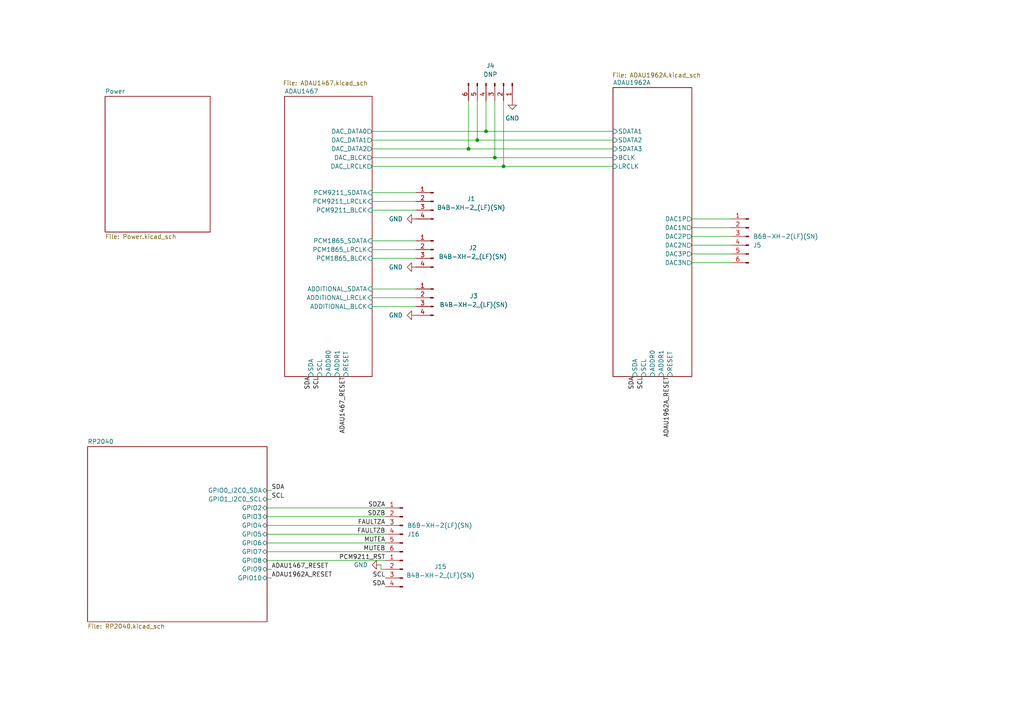
<source format=kicad_sch>
(kicad_sch (version 20231120) (generator "eeschema") (generator_version "8.0")
  (paper "A4")
  (lib_symbols
    (symbol "Connector:Conn_01x04_Pin" (pin_names (offset 1.016) hide)
      (property "Reference" "J" (at 0 5.08 0))
      (property "Value" "Conn_01x04_Pin" (at 0 -7.62 0))
      (symbol "Conn_01x04_Pin_1_1"
        (polyline (pts (xy 1.27 -5.08) (xy 0.8636 -5.08)) (stroke (width 0.1524)))
        (polyline (pts (xy 1.27 -2.54) (xy 0.8636 -2.54)) (stroke (width 0.1524)))
        (polyline (pts (xy 1.27 0) (xy 0.8636 0)) (stroke (width 0.1524)))
        (polyline (pts (xy 1.27 2.54) (xy 0.8636 2.54)) (stroke (width 0.1524)))
        (rectangle (start 0.8636 -4.953) (end 0 -5.207) (stroke (width 0.1524)) (fill (type outline)))
        (rectangle (start 0.8636 -2.413) (end 0 -2.667) (stroke (width 0.1524)) (fill (type outline)))
        (rectangle (start 0.8636 0.127) (end 0 -0.127) (stroke (width 0.1524)) (fill (type outline)))
        (rectangle (start 0.8636 2.667) (end 0 2.413) (stroke (width 0.1524)) (fill (type outline)))
        (pin passive line (at 5.08 2.54 180) (length 3.81) (name "Pin_1") (number "1"))
        (pin passive line (at 5.08 0 180) (length 3.81) (name "Pin_2") (number "2"))
        (pin passive line (at 5.08 -2.54 180) (length 3.81) (name "Pin_3") (number "3"))
        (pin passive line (at 5.08 -5.08 180) (length 3.81) (name "Pin_4") (number "4"))
      )
    )
    (symbol "Connector:Conn_01x06_Pin" (pin_names (offset 1.016) hide)
      (property "Reference" "J" (at 0 7.62 0))
      (property "Value" "Conn_01x06_Pin" (at 0 -10.16 0))
      (symbol "Conn_01x06_Pin_1_1"
        (polyline (pts (xy 1.27 -7.62) (xy 0.8636 -7.62)) (stroke (width 0.1524)))
        (polyline (pts (xy 1.27 -5.08) (xy 0.8636 -5.08)) (stroke (width 0.1524)))
        (polyline (pts (xy 1.27 -2.54) (xy 0.8636 -2.54)) (stroke (width 0.1524)))
        (polyline (pts (xy 1.27 0) (xy 0.8636 0)) (stroke (width 0.1524)))
        (polyline (pts (xy 1.27 2.54) (xy 0.8636 2.54)) (stroke (width 0.1524)))
        (polyline (pts (xy 1.27 5.08) (xy 0.8636 5.08)) (stroke (width 0.1524)))
        (rectangle (start 0.8636 -7.493) (end 0 -7.747) (stroke (width 0.1524)) (fill (type outline)))
        (rectangle (start 0.8636 -4.953) (end 0 -5.207) (stroke (width 0.1524)) (fill (type outline)))
        (rectangle (start 0.8636 -2.413) (end 0 -2.667) (stroke (width 0.1524)) (fill (type outline)))
        (rectangle (start 0.8636 0.127) (end 0 -0.127) (stroke (width 0.1524)) (fill (type outline)))
        (rectangle (start 0.8636 2.667) (end 0 2.413) (stroke (width 0.1524)) (fill (type outline)))
        (rectangle (start 0.8636 5.207) (end 0 4.953) (stroke (width 0.1524)) (fill (type outline)))
        (pin passive line (at 5.08 5.08 180) (length 3.81) (name "Pin_1") (number "1"))
        (pin passive line (at 5.08 2.54 180) (length 3.81) (name "Pin_2") (number "2"))
        (pin passive line (at 5.08 0 180) (length 3.81) (name "Pin_3") (number "3"))
        (pin passive line (at 5.08 -2.54 180) (length 3.81) (name "Pin_4") (number "4"))
        (pin passive line (at 5.08 -5.08 180) (length 3.81) (name "Pin_5") (number "5"))
        (pin passive line (at 5.08 -7.62 180) (length 3.81) (name "Pin_6") (number "6"))
      )
    )
    (symbol "Endstufe:GND" (power) (pin_names (offset 0))
      (property "Value" "GND" (at 0 -3.81 0))
      (symbol "GND_0_1"
        (polyline (pts (xy 0 0) (xy 0 -1.27) (xy 1.27 -1.27) (xy 0 -2.54) (xy -1.27 -1.27) (xy 0 -1.27)))
      )
      (symbol "GND_1_1"
        (pin power_in line (at 0 0 270) (length 0) hide (name "GND") (number "1"))
      )
    )
  )
  (junction (at 135.89 43.18))
  (junction (at 138.43 40.64))
  (junction (at 146.05 48.26))
  (junction (at 143.51 45.72))
  (junction (at 140.97 38.1))
  (wire (pts (xy 200.66 66.04) (xy 212.09 66.04)))
  (wire (pts (xy 77.47 160.02) (xy 111.76 160.02)))
  (wire (pts (xy 107.95 43.18) (xy 135.89 43.18)))
  (wire (pts (xy 77.47 162.56) (xy 111.76 162.56)))
  (wire (pts (xy 107.95 38.1) (xy 140.97 38.1)))
  (wire (pts (xy 138.43 40.64) (xy 177.8 40.64)))
  (wire (pts (xy 135.89 43.18) (xy 177.8 43.18)))
  (wire (pts (xy 77.47 149.86) (xy 111.76 149.86)))
  (wire (pts (xy 110.49 163.83) (xy 110.49 165.1)))
  (wire (pts (xy 107.95 58.42) (xy 120.65 58.42)))
  (wire (pts (xy 200.66 71.12) (xy 212.09 71.12)))
  (wire (pts (xy 77.47 147.32) (xy 111.76 147.32)))
  (wire (pts (xy 78.74 167.64) (xy 77.47 167.64)))
  (wire (pts (xy 140.97 38.1) (xy 177.8 38.1)))
  (wire (pts (xy 107.95 60.96) (xy 120.65 60.96)))
  (wire (pts (xy 107.95 72.39) (xy 120.65 72.39)))
  (wire (pts (xy 78.74 142.24) (xy 77.47 142.24)))
  (wire (pts (xy 107.95 83.82) (xy 120.65 83.82)))
  (wire (pts (xy 77.47 157.48) (xy 111.76 157.48)))
  (wire (pts (xy 200.66 76.2) (xy 212.09 76.2)))
  (wire (pts (xy 107.95 86.36) (xy 120.65 86.36)))
  (wire (pts (xy 107.95 55.88) (xy 120.65 55.88)))
  (wire (pts (xy 107.95 45.72) (xy 143.51 45.72)))
  (wire (pts (xy 143.51 45.72) (xy 143.51 29.21)))
  (wire (pts (xy 77.47 154.94) (xy 111.76 154.94)))
  (wire (pts (xy 143.51 45.72) (xy 177.8 45.72)))
  (wire (pts (xy 200.66 68.58) (xy 212.09 68.58)))
  (wire (pts (xy 107.95 40.64) (xy 138.43 40.64)))
  (wire (pts (xy 140.97 38.1) (xy 140.97 29.21)))
  (wire (pts (xy 146.05 48.26) (xy 177.8 48.26)))
  (wire (pts (xy 200.66 73.66) (xy 212.09 73.66)))
  (wire (pts (xy 146.05 48.26) (xy 146.05 29.21)))
  (wire (pts (xy 107.95 88.9) (xy 120.65 88.9)))
  (wire (pts (xy 107.95 48.26) (xy 146.05 48.26)))
  (wire (pts (xy 77.47 152.4) (xy 111.76 152.4)))
  (wire (pts (xy 107.95 74.93) (xy 120.65 74.93)))
  (wire (pts (xy 107.95 69.85) (xy 120.65 69.85)))
  (wire (pts (xy 78.74 165.1) (xy 77.47 165.1)))
  (wire (pts (xy 200.66 63.5) (xy 212.09 63.5)))
  (wire (pts (xy 135.89 43.18) (xy 135.89 29.21)))
  (wire (pts (xy 138.43 40.64) (xy 138.43 29.21)))
  (wire (pts (xy 110.49 165.1) (xy 111.76 165.1)))
  (wire (pts (xy 78.74 144.78) (xy 77.47 144.78)))
  (label "FAULTZB" (at 111.76 154.94 180))
  (label "SDA" (at 90.17 109.22 270))
  (label "ADAU1962A_RESET" (at 78.74 167.64 0))
  (label "FAULTZA" (at 111.76 152.4 180))
  (label "ADAU1467_RESET" (at 100.33 109.22 270))
  (label "SCL" (at 111.76 167.64 180))
  (label "SCL" (at 92.71 109.22 270))
  (label "SDA" (at 111.76 170.18 180))
  (label "SDZA" (at 111.76 147.32 180))
  (label "SCL" (at 78.74 144.78 0))
  (label "ADAU1962A_RESET" (at 194.31 109.22 270))
  (label "SDZB" (at 111.76 149.86 180))
  (label "ADAU1467_RESET" (at 78.74 165.1 0))
  (label "PCM9211_RST" (at 111.76 162.56 180))
  (label "SDA" (at 78.74 142.24 0))
  (label "MUTEA" (at 111.76 157.48 180))
  (label "MUTEB" (at 111.76 160.02 180))
  (label "SCL" (at 186.69 109.22 270))
  (label "SDA" (at 184.15 109.22 270))
  (symbol (lib_id "Endstufe:GND") (at 148.59 29.21 0) (unit 1)
    (property "Reference" "#PWR04" (effects (hide yes)))
    (property "Value" "GND" (at 148.59 34.29 0))
    (property "Description" "Power symbol creates a global label with name \"GND\" , ground" (effects (hide yes)))
  )
  (symbol (lib_id "Connector:Conn_01x04_Pin") (at 125.73 58.42 0) (mirror y) (unit 1)
    (property "Reference" "J1" (at 136.652 57.658 0))
    (property "Value" "B4B-XH-2_(LF)(SN)" (at 136.652 60.198 0))
    (property "Footprint" "Endstufe:CONN-TH_B4B-XH-2-LF-SN" (effects (hide yes)))
    (property "Datasheet" "https://atta.szlcsc.com/upload/public/pdf/source/20180319/545684143CA87773821238F54F948951.pdf" (effects (hide yes)))
    (property "LCSC" "C157999" (effects (hide yes)))
  )
  (symbol (lib_id "Endstufe:GND") (at 120.65 77.47 270) (unit 1)
    (property "Reference" "#PWR02" (effects (hide yes)))
    (property "Value" "GND" (at 116.84 77.4699 90) (effects (justify right)))
    (property "Description" "Power symbol creates a global label with name \"GND\" , ground" (effects (hide yes)))
  )
  (symbol (lib_id "Endstufe:GND") (at 120.65 91.44 270) (unit 1)
    (property "Reference" "#PWR03" (effects (hide yes)))
    (property "Value" "GND" (at 116.84 91.4399 90) (effects (justify right)))
    (property "Description" "Power symbol creates a global label with name \"GND\" , ground" (effects (hide yes)))
  )
  (symbol (lib_id "Connector:Conn_01x04_Pin") (at 125.73 72.39 0) (mirror y) (unit 1)
    (property "Reference" "J2" (at 137.16 71.882 0))
    (property "Value" "B4B-XH-2_(LF)(SN)" (at 137.16 74.422 0))
    (property "Footprint" "Endstufe:CONN-TH_B4B-XH-2-LF-SN" (effects (hide yes)))
    (property "Datasheet" "https://atta.szlcsc.com/upload/public/pdf/source/20180319/545684143CA87773821238F54F948951.pdf" (effects (hide yes)))
    (property "LCSC" "C157999" (effects (hide yes)))
  )
  (symbol (lib_id "Connector:Conn_01x06_Pin") (at 217.17 68.58 0) (mirror y) (unit 1)
    (property "Reference" "J5" (at 218.44 71.1201 0) (effects (justify right)))
    (property "Value" "B6B-XH-2(LF)(SN)" (at 218.44 68.5801 0) (effects (justify right)))
    (property "Footprint" "Endstufe:CONN-TH_B6B-XH-2-LF-SN" (effects (hide yes)))
    (property "Description" "Generic connector, single row, 01x06, script generated" (effects (hide yes)))
    (property "LCSC" "C157986" (effects (hide yes)))
  )
  (symbol (lib_id "Endstufe:GND") (at 120.65 63.5 270) (unit 1)
    (property "Reference" "#PWR01" (effects (hide yes)))
    (property "Value" "GND" (at 116.84 63.4999 90) (effects (justify right)))
    (property "Description" "Power symbol creates a global label with name \"GND\" , ground" (effects (hide yes)))
  )
  (symbol (lib_id "Endstufe:GND") (at 110.49 163.83 270) (mirror x) (unit 1)
    (property "Reference" "#PWR0138" (effects (hide yes)))
    (property "Value" "GND" (at 106.68 163.8301 90) (effects (justify right)))
    (property "Description" "Power symbol creates a global label with name \"GND\" , ground" (effects (hide yes)))
  )
  (symbol (lib_id "Connector:Conn_01x06_Pin") (at 143.51 24.13 270) (unit 1)
    (property "Reference" "J4" (at 142.24 19.05 90))
    (property "Value" "DNP" (at 142.24 21.59 90))
    (property "Footprint" "Connector_PinHeader_2.54mm:PinHeader_1x06_P2.54mm_Vertical" (effects (hide yes)))
    (property "Description" "Generic connector, single row, 01x06, script generated" (effects (hide yes)))
  )
  (symbol (lib_id "Connector:Conn_01x06_Pin") (at 116.84 152.4 0) (mirror y) (unit 1)
    (property "Reference" "J16" (at 118.11 154.9401 0) (effects (justify right)))
    (property "Value" "B6B-XH-2(LF)(SN)" (at 118.11 152.4001 0) (effects (justify right)))
    (property "Footprint" "Endstufe:CONN-TH_B6B-XH-2-LF-SN" (effects (hide yes)))
    (property "Description" "Generic connector, single row, 01x06, script generated" (effects (hide yes)))
    (property "LCSC" "C157986" (effects (hide yes)))
  )
  (symbol (lib_id "Connector:Conn_01x04_Pin") (at 125.73 86.36 0) (mirror y) (unit 1)
    (property "Reference" "J3" (at 137.414 85.852 0))
    (property "Value" "B4B-XH-2_(LF)(SN)" (at 137.414 88.392 0))
    (property "Footprint" "Endstufe:CONN-TH_B4B-XH-2-LF-SN" (effects (hide yes)))
    (property "Datasheet" "https://atta.szlcsc.com/upload/public/pdf/source/20180319/545684143CA87773821238F54F948951.pdf" (effects (hide yes)))
    (property "LCSC" "C157999" (effects (hide yes)))
  )
  (symbol (lib_id "Connector:Conn_01x04_Pin") (at 116.84 165.1 0) (mirror y) (unit 1)
    (property "Reference" "J15" (at 127.762 164.338 0))
    (property "Value" "B4B-XH-2_(LF)(SN)" (at 127.762 166.878 0))
    (property "Footprint" "Endstufe:CONN-TH_B4B-XH-2-LF-SN" (effects (hide yes)))
    (property "Datasheet" "https://atta.szlcsc.com/upload/public/pdf/source/20180319/545684143CA87773821238F54F948951.pdf" (effects (hide yes)))
    (property "LCSC" "C157999" (effects (hide yes)))
  )
  (sheet (at 25.4 129.54) (size 52.07 50.8) (stroke (width 0.1524))
    (property "Sheetname" "RP2040" (at 25.4 128.8284 0) (effects (justify left bottom)))
    (property "Sheetfile" "RP2040.kicad_sch" (at 25.4 180.9246 0) (effects (justify left top)))
    (pin "GPIO5" bidirectional (at 77.47 154.94 0))
    (pin "GPIO6" bidirectional (at 77.47 157.48 0))
    (pin "GPIO8" bidirectional (at 77.47 162.56 0))
    (pin "GPIO7" bidirectional (at 77.47 160.02 0))
    (pin "GPIO9" bidirectional (at 77.47 165.1 0))
    (pin "GPIO0_I2C0_SDA" bidirectional (at 77.47 142.24 0))
    (pin "GPIO4" bidirectional (at 77.47 152.4 0))
    (pin "GPIO3" bidirectional (at 77.47 149.86 0))
    (pin "GPIO1_I2C0_SCL" bidirectional (at 77.47 144.78 0))
    (pin "GPIO2" bidirectional (at 77.47 147.32 0))
    (pin "GPIO10" bidirectional (at 77.47 167.64 0))
  )
  (sheet (at 30.48 27.94) (size 30.48 39.37) (stroke (width 0.1524))
    (property "Sheetname" "Power" (at 30.48 27.2284 0) (effects (justify left bottom)))
    (property "Sheetfile" "Power.kicad_sch" (at 30.48 67.8946 0) (effects (justify left top)))
  )
  (sheet (at 177.8 25.4) (size 22.86 83.82) (stroke (width 0.1524))
    (property "Sheetname" "ADAU1962A" (at 177.8 24.6884 0) (effects (justify left bottom)))
    (property "Sheetfile" "ADAU1962A.kicad_sch" (at 177.546 21.082 0) (effects (justify left top)))
    (pin "RESET" input (at 194.31 109.22 270))
    (pin "DAC1P" output (at 200.66 63.5 0))
    (pin "DAC3N" output (at 200.66 76.2 0))
    (pin "DAC1N" output (at 200.66 66.04 0))
    (pin "DAC2N" output (at 200.66 71.12 0))
    (pin "DAC2P" output (at 200.66 68.58 0))
    (pin "DAC3P" output (at 200.66 73.66 0))
    (pin "SDATA3" input (at 177.8 43.18 180))
    (pin "SDATA2" input (at 177.8 40.64 180))
    (pin "SDATA1" input (at 177.8 38.1 180))
    (pin "ADDR0" input (at 189.23 109.22 270))
    (pin "SDA" input (at 184.15 109.22 270))
    (pin "ADDR1" input (at 191.77 109.22 270))
    (pin "SCL" input (at 186.69 109.22 270))
    (pin "BCLK" input (at 177.8 45.72 180))
    (pin "LRCLK" input (at 177.8 48.26 180))
  )
  (sheet (at 82.55 27.94) (size 25.4 81.28) (stroke (width 0.1524))
    (property "Sheetname" "ADAU1467" (at 82.55 27.2284 0) (effects (justify left bottom)))
    (property "Sheetfile" "ADAU1467.kicad_sch" (at 82.042 23.368 0) (effects (justify left top)))
    (pin "DAC_DATA0" output (at 107.95 38.1 0))
    (pin "DAC_DATA1" output (at 107.95 40.64 0))
    (pin "DAC_DATA2" output (at 107.95 43.18 0))
    (pin "DAC_BLCK" output (at 107.95 45.72 0))
    (pin "DAC_LRCLK" output (at 107.95 48.26 0))
    (pin "SCL" input (at 92.71 109.22 270))
    (pin "ADDR0" input (at 95.25 109.22 270))
    (pin "ADDR1" input (at 97.79 109.22 270))
    (pin "RESET" input (at 100.33 109.22 270))
    (pin "SDA" input (at 90.17 109.22 270))
    (pin "PCM9211_SDATA" input (at 107.95 55.88 0))
    (pin "PCM1865_SDATA" input (at 107.95 69.85 0))
    (pin "PCM1865_BLCK" input (at 107.95 74.93 0))
    (pin "PCM1865_LRCLK" input (at 107.95 72.39 0))
    (pin "PCM9211_BLCK" input (at 107.95 60.96 0))
    (pin "PCM9211_LRCLK" input (at 107.95 58.42 0))
    (pin "ADDITIONAL_SDATA" input (at 107.95 83.82 0))
    (pin "ADDITIONAL_LRCLK" input (at 107.95 86.36 0))
    (pin "ADDITIONAL_BLCK" input (at 107.95 88.9 0))
  )
)
</source>
